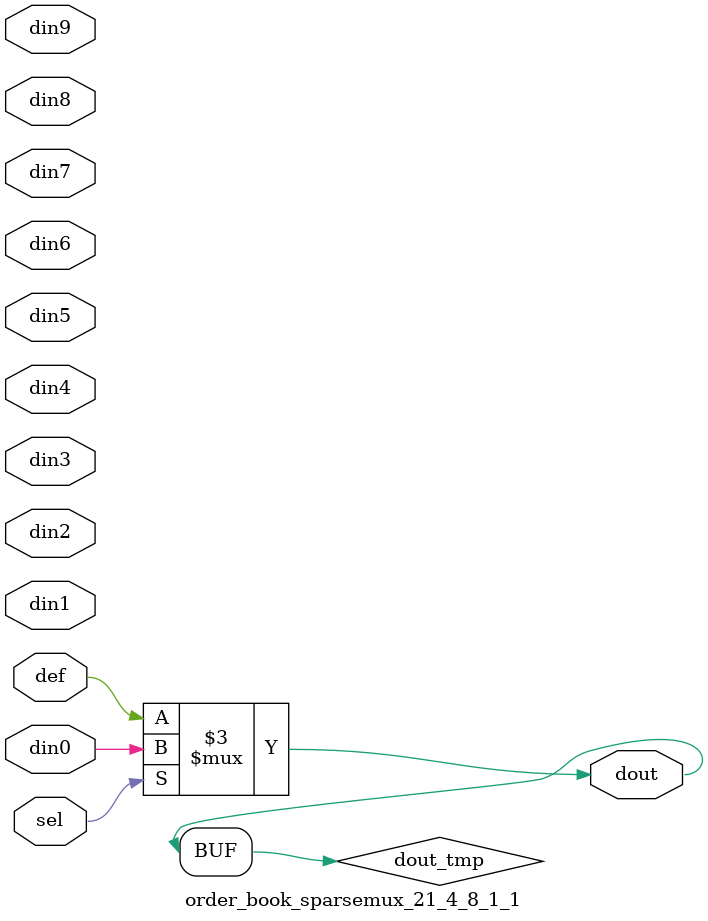
<source format=v>
`timescale 1ns / 1ps

module order_book_sparsemux_21_4_8_1_1 (din0,din1,din2,din3,din4,din5,din6,din7,din8,din9,def,sel,dout);

parameter din0_WIDTH = 1;

parameter din1_WIDTH = 1;

parameter din2_WIDTH = 1;

parameter din3_WIDTH = 1;

parameter din4_WIDTH = 1;

parameter din5_WIDTH = 1;

parameter din6_WIDTH = 1;

parameter din7_WIDTH = 1;

parameter din8_WIDTH = 1;

parameter din9_WIDTH = 1;

parameter def_WIDTH = 1;
parameter sel_WIDTH = 1;
parameter dout_WIDTH = 1;

parameter [sel_WIDTH-1:0] CASE0 = 1;

parameter [sel_WIDTH-1:0] CASE1 = 1;

parameter [sel_WIDTH-1:0] CASE2 = 1;

parameter [sel_WIDTH-1:0] CASE3 = 1;

parameter [sel_WIDTH-1:0] CASE4 = 1;

parameter [sel_WIDTH-1:0] CASE5 = 1;

parameter [sel_WIDTH-1:0] CASE6 = 1;

parameter [sel_WIDTH-1:0] CASE7 = 1;

parameter [sel_WIDTH-1:0] CASE8 = 1;

parameter [sel_WIDTH-1:0] CASE9 = 1;

parameter ID = 1;
parameter NUM_STAGE = 1;



input [din0_WIDTH-1:0] din0;

input [din1_WIDTH-1:0] din1;

input [din2_WIDTH-1:0] din2;

input [din3_WIDTH-1:0] din3;

input [din4_WIDTH-1:0] din4;

input [din5_WIDTH-1:0] din5;

input [din6_WIDTH-1:0] din6;

input [din7_WIDTH-1:0] din7;

input [din8_WIDTH-1:0] din8;

input [din9_WIDTH-1:0] din9;

input [def_WIDTH-1:0] def;
input [sel_WIDTH-1:0] sel;

output [dout_WIDTH-1:0] dout;



reg [dout_WIDTH-1:0] dout_tmp;

always @ (*) begin
case (sel)
    
    CASE0 : dout_tmp = din0;
    
    CASE1 : dout_tmp = din1;
    
    CASE2 : dout_tmp = din2;
    
    CASE3 : dout_tmp = din3;
    
    CASE4 : dout_tmp = din4;
    
    CASE5 : dout_tmp = din5;
    
    CASE6 : dout_tmp = din6;
    
    CASE7 : dout_tmp = din7;
    
    CASE8 : dout_tmp = din8;
    
    CASE9 : dout_tmp = din9;
    
    default : dout_tmp = def;
endcase
end


assign dout = dout_tmp;



endmodule

</source>
